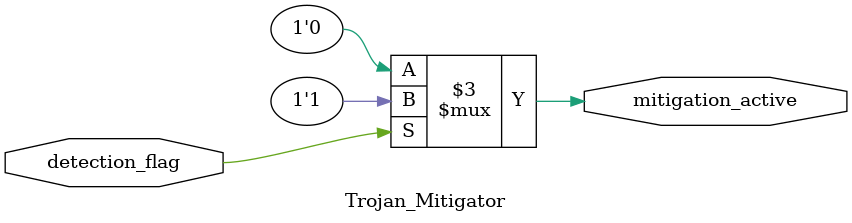
<source format=v>
`timescale 1ns / 1ps


module Trojan_Protection_System (
    input [3:0] a, b,
    input [1:0] opcode,
    output [3:0] result,
    output mitigation_active
);
    wire trojan_detected, detection_flag;

    ALU alu_instance (
        .a(a),
        .b(b),
        .opcode(opcode),
        .result(result),
        .trojan_detected(trojan_detected)
    );

    Trojan_Detector detector_instance (
        .result(result),
        .trojan_detected(trojan_detected),
        .detection_flag(detection_flag)
    );

    Trojan_Mitigator mitigator_instance (
        .detection_flag(detection_flag),
        .mitigation_active(mitigation_active)
    );
endmodule


module ALU (
    input [3:0] a, b,
    input [1:0] opcode,
    output reg [3:0] result,
    output reg trojan_detected
);

    always @(*) begin
        trojan_detected = 0; // Initialize Trojan detection flag
        case (opcode)
            2'b00: result = a + b;   // Addition
            2'b01: result = a - b;   // Subtraction
            2'b10: result = a & b;   // AND operation
            2'b11: begin
                result = a ^ b;       // XOR operation
                // Trojan behavior: Malicious XOR activation
                if (a == 4'b1010 && b == 4'b0101) begin
                    result = 4'b0000; // Unusual output
                    trojan_detected = 1; // Raise detection flag
                end
            end
            default: result = 4'b0000;
        endcase
    end
endmodule


module Trojan_Detector (
    input [3:0] result,
    input trojan_detected,
    output reg detection_flag
);

    always @(*) begin
        if (trojan_detected || result == 4'b0000) begin
            detection_flag = 1; // Trojan detected
        end else begin
            detection_flag = 0; // No Trojan detected
        end
    end
endmodule


module Trojan_Mitigator (
    input detection_flag,
    output reg mitigation_active
);

    always @(*) begin
        if (detection_flag) begin
            mitigation_active = 1; // Activate mitigation
        end else begin
            mitigation_active = 0; // Normal operation
        end
    end
endmodule

</source>
